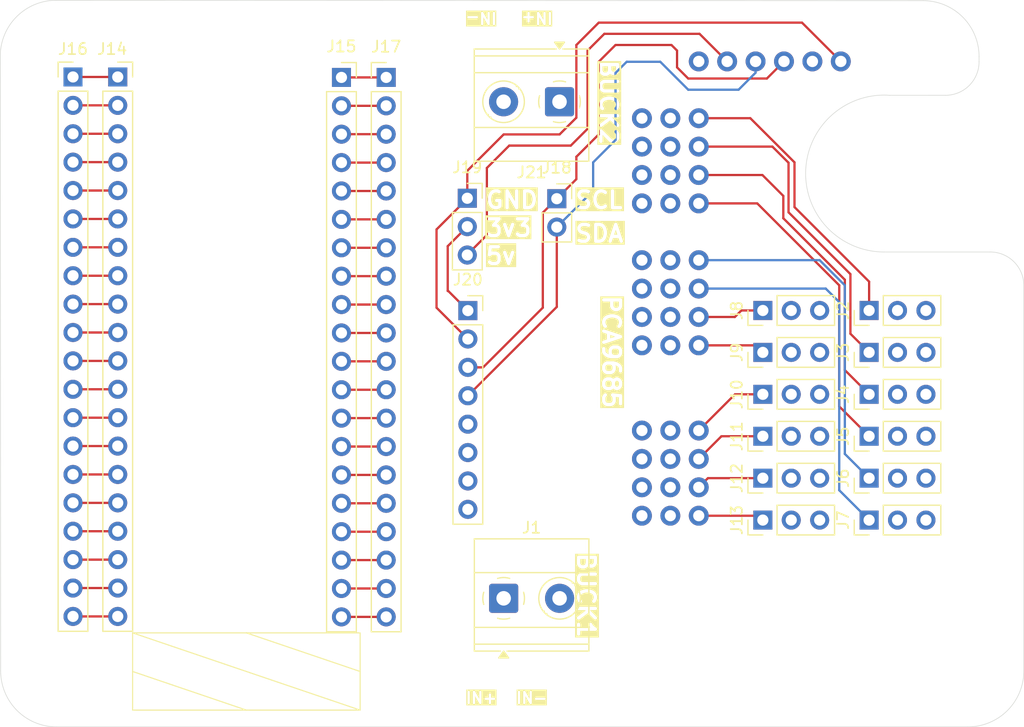
<source format=kicad_pcb>
(kicad_pcb (version 20241229) (generator "pcbnew") (generator_version "9.0")
  (layers (0 "F.Cu" signal) (4 "In1.Cu" signal) (6 "In2.Cu" signal) (2 "B.Cu" signal) (13 "F.Paste" user) (15 "B.Paste" user) (5 "F.SilkS" user "F.Silkscreen") (7 "B.SilkS" user "B.Silkscreen") (1 "F.Mask" user) (3 "B.Mask" user) (25 "Edge.Cuts" user))
  (net 0 "")
  (net 1 "/S1-GND")
  (net 2 "/S1-PWR")
  (net 3 "/PWM-0")
  (net 4 "/PWM-1")
  (net 5 "/PWM-2")
  (net 6 "/PWM-3")
  (net 7 "/PWM-4")
  (net 8 "/PWM-5")
  (net 9 "/PWM-6")
  (net 10 "/S2-PWR")
  (net 11 "/S2-GND")
  (net 12 "/PWM-7")
  (net 13 "/PWM-8")
  (net 14 "/PWM-9")
  (net 15 "/PWM-10")
  (net 16 "/PWM-11")
  (net 17 "/ESP-32Pin")
  (net 18 "/Global SDA")
  (net 19 "/Global SCL")
  (net 20 "/ESP32-5v")
  (net 21 "/ESP32-GND")
  (net 22 "/ESP32-3v3")
  (footprint "Connector_PinHeader_2.54mm:PinHeader_1x03_P2.54mm_Vertical" (layer "F.Cu") (at 146.17 88 90)
    (property "Reference" "J9" (at 0 -2.33 90) (layer "F.SilkS"))
    (property "Value" "Conn_01x03_MountingPin")
    (pad "1" thru_hole rect (at 0 0 90) (size 1.7 1.7) (drill 1) (layers "*.Cu" "*.Mask") (net 12 "/PWM-7"))
    (pad "2" thru_hole oval (at 0 2.54 90) (size 1.7 1.7) (drill 1) (layers "*.Cu" "*.Mask") (net 10 "/S2-PWR"))
    (pad "3" thru_hole oval (at 0 5.08 90) (size 1.7 1.7) (drill 1) (layers "*.Cu" "*.Mask") (net 11 "/S2-GND"))
  )
  (footprint "Connector_PinSocket_2.54mm:PinSocket_1x20_P2.54mm_Vertical" (layer "F.Cu") (at 88.5 63.36)
    (property "Reference" "J14" (at -0.5 -2.5 0) (layer "F.SilkS"))
    (property "Value" "Conn_01x20_Socket")
    (pad "1" thru_hole rect (at 0 0) (size 1.7 1.7) (drill 1) (layers "*.Cu" "*.Mask") (net 17 "/ESP-32Pin"))
    (pad "2" thru_hole oval (at 0 2.54) (size 1.7 1.7) (drill 1) (layers "*.Cu" "*.Mask") (net 17 "/ESP-32Pin"))
    (pad "3" thru_hole oval (at 0 5.08) (size 1.7 1.7) (drill 1) (layers "*.Cu" "*.Mask") (net 17 "/ESP-32Pin"))
    (pad "4" thru_hole oval (at 0 7.62) (size 1.7 1.7) (drill 1) (layers "*.Cu" "*.Mask") (net 17 "/ESP-32Pin"))
    (pad "5" thru_hole oval (at 0 10.16) (size 1.7 1.7) (drill 1) (layers "*.Cu" "*.Mask") (net 17 "/ESP-32Pin"))
    (pad "6" thru_hole oval (at 0 12.7) (size 1.7 1.7) (drill 1) (layers "*.Cu" "*.Mask") (net 17 "/ESP-32Pin"))
    (pad "7" thru_hole oval (at 0 15.24) (size 1.7 1.7) (drill 1) (layers "*.Cu" "*.Mask") (net 17 "/ESP-32Pin"))
    (pad "8" thru_hole oval (at 0 17.78) (size 1.7 1.7) (drill 1) (layers "*.Cu" "*.Mask") (net 17 "/ESP-32Pin"))
    (pad "9" thru_hole oval (at 0 20.32) (size 1.7 1.7) (drill 1) (layers "*.Cu" "*.Mask") (net 17 "/ESP-32Pin"))
    (pad "10" thru_hole oval (at 0 22.86) (size 1.7 1.7) (drill 1) (layers "*.Cu" "*.Mask") (net 17 "/ESP-32Pin"))
    (pad "11" thru_hole oval (at 0 25.4) (size 1.7 1.7) (drill 1) (layers "*.Cu" "*.Mask") (net 17 "/ESP-32Pin"))
    (pad "12" thru_hole oval (at 0 27.94) (size 1.7 1.7) (drill 1) (layers "*.Cu" "*.Mask") (net 17 "/ESP-32Pin"))
    (pad "13" thru_hole oval (at 0 30.48) (size 1.7 1.7) (drill 1) (layers "*.Cu" "*.Mask") (net 17 "/ESP-32Pin"))
    (pad "14" thru_hole oval (at 0 33.02) (size 1.7 1.7) (drill 1) (layers "*.Cu" "*.Mask") (net 17 "/ESP-32Pin"))
    (pad "15" thru_hole oval (at 0 35.56) (size 1.7 1.7) (drill 1) (layers "*.Cu" "*.Mask") (net 17 "/ESP-32Pin"))
    (pad "16" thru_hole oval (at 0 38.1) (size 1.7 1.7) (drill 1) (layers "*.Cu" "*.Mask") (net 17 "/ESP-32Pin"))
    (pad "17" thru_hole oval (at 0 40.64) (size 1.7 1.7) (drill 1) (layers "*.Cu" "*.Mask") (net 17 "/ESP-32Pin"))
    (pad "18" thru_hole oval (at 0 43.18) (size 1.7 1.7) (drill 1) (layers "*.Cu" "*.Mask") (net 17 "/ESP-32Pin"))
    (pad "19" thru_hole oval (at 0 45.72) (size 1.7 1.7) (drill 1) (layers "*.Cu" "*.Mask") (net 17 "/ESP-32Pin"))
    (pad "20" thru_hole oval (at 0 48.26) (size 1.7 1.7) (drill 1) (layers "*.Cu" "*.Mask") (net 17 "/ESP-32Pin"))
  )
  (footprint "Connector_PinHeader_2.54mm:PinHeader_1x03_P2.54mm_Vertical" (layer "F.Cu") (at 155.67 99.25 90)
    (property "Reference" "J6" (at 0 -2.33 90) (layer "F.SilkS"))
    (property "Value" "Conn_01x03_MountingPin")
    (pad "1" thru_hole rect (at 0 0 90) (size 1.7 1.7) (drill 1) (layers "*.Cu" "*.Mask") (net 7 "/PWM-4"))
    (pad "2" thru_hole oval (at 0 2.54 90) (size 1.7 1.7) (drill 1) (layers "*.Cu" "*.Mask") (net 2 "/S1-PWR"))
    (pad "3" thru_hole oval (at 0 5.08 90) (size 1.7 1.7) (drill 1) (layers "*.Cu" "*.Mask") (net 1 "/S1-GND"))
  )
  (footprint "Connector_PinSocket_2.54mm:PinSocket_1x02_P2.54mm_Vertical" (layer "F.Cu") (at 127.75 74.25)
    (property "Reference" "J18" (at 0 -2.77 0) (layer "F.SilkS"))
    (property "Value" "Conn_01x02_Pin")
    (pad "1" thru_hole rect (at 0 0) (size 1.7 1.7) (drill 1) (layers "*.Cu" "*.Mask") (net 19 "/Global SCL"))
    (pad "2" thru_hole oval (at 0 2.54) (size 1.7 1.7) (drill 1) (layers "*.Cu" "*.Mask") (net 18 "/Global SDA"))
  )
  (footprint "TerminalBlock_Phoenix:TerminalBlock_Phoenix_MKDS-1,5-2_1x02_P5.00mm_Horizontal" (layer "F.Cu") (at 127.993453 65.5775 180)
    (property "Reference" "J21" (at 2.5 -6.32 0) (layer "F.SilkS"))
    (property "Value" "Screw_Terminal_01x02")
    (pad "1" thru_hole roundrect (at 0 0 180) (size 2.6 2.6) (drill 1.3) (layers "*.Cu" "*.Mask") (roundrect_rratio 0.096154) (net 10 "/S2-PWR"))
    (pad "2" thru_hole circle (at 5 0 180) (size 2.6 2.6) (drill 1.3) (layers "*.Cu" "*.Mask") (net 11 "/S2-GND"))
  )
  (footprint "Connector_PinHeader_2.54mm:PinHeader_1x03_P2.54mm_Vertical" (layer "F.Cu") (at 155.67 91.75 90)
    (property "Reference" "J4" (at 0 -2.33 90) (layer "F.SilkS"))
    (property "Value" "Conn_01x03_MountingPin")
    (pad "1" thru_hole rect (at 0 0 90) (size 1.7 1.7) (drill 1) (layers "*.Cu" "*.Mask") (net 5 "/PWM-2"))
    (pad "2" thru_hole oval (at 0 2.54 90) (size 1.7 1.7) (drill 1) (layers "*.Cu" "*.Mask") (net 2 "/S1-PWR"))
    (pad "3" thru_hole oval (at 0 5.08 90) (size 1.7 1.7) (drill 1) (layers "*.Cu" "*.Mask") (net 1 "/S1-GND"))
  )
  (footprint "Connector_PinHeader_2.54mm:PinHeader_1x20_P2.54mm_Vertical" (layer "F.Cu") (at 112.5 63.4)
    (property "Reference" "J17" (at 0 -2.75 0) (layer "F.SilkS"))
    (property "Value" "Conn_01x20_Pin")
    (pad "1" thru_hole rect (at 0 0) (size 1.7 1.7) (drill 1) (layers "*.Cu" "*.Mask") (net 17 "/ESP-32Pin"))
    (pad "2" thru_hole oval (at 0 2.54) (size 1.7 1.7) (drill 1) (layers "*.Cu" "*.Mask") (net 17 "/ESP-32Pin"))
    (pad "3" thru_hole oval (at 0 5.08) (size 1.7 1.7) (drill 1) (layers "*.Cu" "*.Mask") (net 17 "/ESP-32Pin"))
    (pad "4" thru_hole oval (at 0 7.62) (size 1.7 1.7) (drill 1) (layers "*.Cu" "*.Mask") (net 17 "/ESP-32Pin"))
    (pad "5" thru_hole oval (at 0 10.16) (size 1.7 1.7) (drill 1) (layers "*.Cu" "*.Mask") (net 17 "/ESP-32Pin"))
    (pad "6" thru_hole oval (at 0 12.7) (size 1.7 1.7) (drill 1) (layers "*.Cu" "*.Mask") (net 17 "/ESP-32Pin"))
    (pad "7" thru_hole oval (at 0 15.24) (size 1.7 1.7) (drill 1) (layers "*.Cu" "*.Mask") (net 17 "/ESP-32Pin"))
    (pad "8" thru_hole oval (at 0 17.78) (size 1.7 1.7) (drill 1) (layers "*.Cu" "*.Mask") (net 17 "/ESP-32Pin"))
    (pad "9" thru_hole oval (at 0 20.32) (size 1.7 1.7) (drill 1) (layers "*.Cu" "*.Mask") (net 17 "/ESP-32Pin"))
    (pad "10" thru_hole oval (at 0 22.86) (size 1.7 1.7) (drill 1) (layers "*.Cu" "*.Mask") (net 17 "/ESP-32Pin"))
    (pad "11" thru_hole oval (at 0 25.4) (size 1.7 1.7) (drill 1) (layers "*.Cu" "*.Mask") (net 17 "/ESP-32Pin"))
    (pad "12" thru_hole oval (at 0 27.94) (size 1.7 1.7) (drill 1) (layers "*.Cu" "*.Mask") (net 17 "/ESP-32Pin"))
    (pad "13" thru_hole oval (at 0 30.48) (size 1.7 1.7) (drill 1) (layers "*.Cu" "*.Mask") (net 17 "/ESP-32Pin"))
    (pad "14" thru_hole oval (at 0 33.02) (size 1.7 1.7) (drill 1) (layers "*.Cu" "*.Mask") (net 17 "/ESP-32Pin"))
    (pad "15" thru_hole oval (at 0 35.56) (size 1.7 1.7) (drill 1) (layers "*.Cu" "*.Mask") (net 17 "/ESP-32Pin"))
    (pad "16" thru_hole oval (at 0 38.1) (size 1.7 1.7) (drill 1) (layers "*.Cu" "*.Mask") (net 17 "/ESP-32Pin"))
    (pad "17" thru_hole oval (at 0 40.64) (size 1.7 1.7) (drill 1) (layers "*.Cu" "*.Mask") (net 17 "/ESP-32Pin"))
    (pad "18" thru_hole oval (at 0 43.18) (size 1.7 1.7) (drill 1) (layers "*.Cu" "*.Mask") (net 17 "/ESP-32Pin"))
    (pad "19" thru_hole oval (at 0 45.72) (size 1.7 1.7) (drill 1) (layers "*.Cu" "*.Mask") (net 17 "/ESP-32Pin"))
    (pad "20" thru_hole oval (at 0 48.26) (size 1.7 1.7) (drill 1) (layers "*.Cu" "*.Mask") (net 17 "/ESP-32Pin"))
  )
  (footprint "Connector_PinHeader_2.54mm:PinHeader_1x03_P2.54mm_Vertical" (layer "F.Cu") (at 146.17 103 90)
    (property "Reference" "J13" (at 0 -2.33 90) (layer "F.SilkS"))
    (property "Value" "Conn_01x03_MountingPin")
    (pad "1" thru_hole rect (at 0 0 90) (size 1.7 1.7) (drill 1) (layers "*.Cu" "*.Mask") (net 16 "/PWM-11"))
    (pad "2" thru_hole oval (at 0 2.54 90) (size 1.7 1.7) (drill 1) (layers "*.Cu" "*.Mask") (net 10 "/S2-PWR"))
    (pad "3" thru_hole oval (at 0 5.08 90) (size 1.7 1.7) (drill 1) (layers "*.Cu" "*.Mask") (net 11 "/S2-GND"))
  )
  (footprint "Connector_PinHeader_2.54mm:PinHeader_1x03_P2.54mm_Vertical" (layer "F.Cu") (at 155.67 88 90)
    (property "Reference" "J3" (at 0 -2.33 90) (layer "F.SilkS"))
    (property "Value" "Conn_01x03_MountingPin")
    (pad "1" thru_hole rect (at 0 0 90) (size 1.7 1.7) (drill 1) (layers "*.Cu" "*.Mask") (net 4 "/PWM-1"))
    (pad "2" thru_hole oval (at 0 2.54 90) (size 1.7 1.7) (drill 1) (layers "*.Cu" "*.Mask") (net 2 "/S1-PWR"))
    (pad "3" thru_hole oval (at 0 5.08 90) (size 1.7 1.7) (drill 1) (layers "*.Cu" "*.Mask") (net 1 "/S1-GND"))
  )
  (footprint "Connector_PinSocket_2.54mm:PinSocket_1x20_P2.54mm_Vertical" (layer "F.Cu") (at 108.5 63.4)
    (property "Reference" "J15" (at 0 -2.77 0) (layer "F.SilkS"))
    (property "Value" "Conn_01x20_Socket")
    (pad "1" thru_hole rect (at 0 0) (size 1.7 1.7) (drill 1) (layers "*.Cu" "*.Mask") (net 17 "/ESP-32Pin"))
    (pad "2" thru_hole oval (at 0 2.54) (size 1.7 1.7) (drill 1) (layers "*.Cu" "*.Mask") (net 17 "/ESP-32Pin"))
    (pad "3" thru_hole oval (at 0 5.08) (size 1.7 1.7) (drill 1) (layers "*.Cu" "*.Mask") (net 17 "/ESP-32Pin"))
    (pad "4" thru_hole oval (at 0 7.62) (size 1.7 1.7) (drill 1) (layers "*.Cu" "*.Mask") (net 17 "/ESP-32Pin"))
    (pad "5" thru_hole oval (at 0 10.16) (size 1.7 1.7) (drill 1) (layers "*.Cu" "*.Mask") (net 17 "/ESP-32Pin"))
    (pad "6" thru_hole oval (at 0 12.7) (size 1.7 1.7) (drill 1) (layers "*.Cu" "*.Mask") (net 17 "/ESP-32Pin"))
    (pad "7" thru_hole oval (at 0 15.24) (size 1.7 1.7) (drill 1) (layers "*.Cu" "*.Mask") (net 17 "/ESP-32Pin"))
    (pad "8" thru_hole oval (at 0 17.78) (size 1.7 1.7) (drill 1) (layers "*.Cu" "*.Mask") (net 17 "/ESP-32Pin"))
    (pad "9" thru_hole oval (at 0 20.32) (size 1.7 1.7) (drill 1) (layers "*.Cu" "*.Mask") (net 17 "/ESP-32Pin"))
    (pad "10" thru_hole oval (at 0 22.86) (size 1.7 1.7) (drill 1) (layers "*.Cu" "*.Mask") (net 17 "/ESP-32Pin"))
    (pad "11" thru_hole oval (at 0 25.4) (size 1.7 1.7) (drill 1) (layers "*.Cu" "*.Mask") (net 17 "/ESP-32Pin"))
    (pad "12" thru_hole oval (at 0 27.94) (size 1.7 1.7) (drill 1) (layers "*.Cu" "*.Mask") (net 17 "/ESP-32Pin"))
    (pad "13" thru_hole oval (at 0 30.48) (size 1.7 1.7) (drill 1) (layers "*.Cu" "*.Mask") (net 17 "/ESP-32Pin"))
    (pad "14" thru_hole oval (at 0 33.02) (size 1.7 1.7) (drill 1) (layers "*.Cu" "*.Mask") (net 17 "/ESP-32Pin"))
    (pad "15" thru_hole oval (at 0 35.56) (size 1.7 1.7) (drill 1) (layers "*.Cu" "*.Mask") (net 17 "/ESP-32Pin"))
    (pad "16" thru_hole oval (at 0 38.1) (size 1.7 1.7) (drill 1) (layers "*.Cu" "*.Mask") (net 17 "/ESP-32Pin"))
    (pad "17" thru_hole oval (at 0 40.64) (size 1.7 1.7) (drill 1) (layers "*.Cu" "*.Mask") (net 17 "/ESP-32Pin"))
    (pad "18" thru_hole oval (at 0 43.18) (size 1.7 1.7) (drill 1) (layers "*.Cu" "*.Mask") (net 17 "/ESP-32Pin"))
    (pad "19" thru_hole oval (at 0 45.72) (size 1.7 1.7) (drill 1) (layers "*.Cu" "*.Mask") (net 17 "/ESP-32Pin"))
    (pad "20" thru_hole oval (at 0 48.26) (size 1.7 1.7) (drill 1) (layers "*.Cu" "*.Mask") (net 17 "/ESP-32Pin"))
  )
  (footprint "Connector_PinHeader_2.54mm:PinHeader_1x03_P2.54mm_Vertical" (layer "F.Cu") (at 146.17 95.5 90)
    (property "Reference" "J11" (at 0 -2.33 90) (layer "F.SilkS"))
    (property "Value" "Conn_01x03_MountingPin")
    (pad "1" thru_hole rect (at 0 0 90) (size 1.7 1.7) (drill 1) (layers "*.Cu" "*.Mask") (net 14 "/PWM-9"))
    (pad "2" thru_hole oval (at 0 2.54 90) (size 1.7 1.7) (drill 1) (layers "*.Cu" "*.Mask") (net 10 "/S2-PWR"))
    (pad "3" thru_hole oval (at 0 5.08 90) (size 1.7 1.7) (drill 1) (layers "*.Cu" "*.Mask") (net 11 "/S2-GND"))
  )
  (footprint "TerminalBlock_Phoenix:TerminalBlock_Phoenix_MKDS-1,5-2_1x02_P5.00mm_Horizontal" (layer "F.Cu") (at 123 110)
    (property "Reference" "J1" (at 2.5 -6.32 0) (layer "F.SilkS"))
    (property "Value" "Screw_Terminal_01x02")
    (pad "1" thru_hole roundrect (at 0 0) (size 2.6 2.6) (drill 1.3) (layers "*.Cu" "*.Mask") (roundrect_rratio 0.096154) (net 2 "/S1-PWR"))
    (pad "2" thru_hole circle (at 5 0) (size 2.6 2.6) (drill 1.3) (layers "*.Cu" "*.Mask") (net 1 "/S1-GND"))
  )
  (footprint "Connector_PinHeader_2.54mm:PinHeader_1x20_P2.54mm_Vertical" (layer "F.Cu") (at 84.5 63.36)
    (property "Reference" "J16" (at 0 -2.5 0) (layer "F.SilkS"))
    (property "Value" "Conn_01x20_Pin")
    (pad "1" thru_hole rect (at 0 0) (size 1.7 1.7) (drill 1) (layers "*.Cu" "*.Mask") (net 17 "/ESP-32Pin"))
    (pad "2" thru_hole oval (at 0 2.54) (size 1.7 1.7) (drill 1) (layers "*.Cu" "*.Mask") (net 17 "/ESP-32Pin"))
    (pad "3" thru_hole oval (at 0 5.08) (size 1.7 1.7) (drill 1) (layers "*.Cu" "*.Mask") (net 17 "/ESP-32Pin"))
    (pad "4" thru_hole oval (at 0 7.62) (size 1.7 1.7) (drill 1) (layers "*.Cu" "*.Mask") (net 17 "/ESP-32Pin"))
    (pad "5" thru_hole oval (at 0 10.16) (size 1.7 1.7) (drill 1) (layers "*.Cu" "*.Mask") (net 17 "/ESP-32Pin"))
    (pad "6" thru_hole oval (at 0 12.7) (size 1.7 1.7) (drill 1) (layers "*.Cu" "*.Mask") (net 17 "/ESP-32Pin"))
    (pad "7" thru_hole oval (at 0 15.24) (size 1.7 1.7) (drill 1) (layers "*.Cu" "*.Mask") (net 17 "/ESP-32Pin"))
    (pad "8" thru_hole oval (at 0 17.78) (size 1.7 1.7) (drill 1) (layers "*.Cu" "*.Mask") (net 17 "/ESP-32Pin"))
    (pad "9" thru_hole oval (at 0 20.32) (size 1.7 1.7) (drill 1) (layers "*.Cu" "*.Mask") (net 17 "/ESP-32Pin"))
    (pad "10" thru_hole oval (at 0 22.86) (size 1.7 1.7) (drill 1) (layers "*.Cu" "*.Mask") (net 17 "/ESP-32Pin"))
    (pad "11" thru_hole oval (at 0 25.4) (size 1.7 1.7) (drill 1) (layers "*.Cu" "*.Mask") (net 17 "/ESP-32Pin"))
    (pad "12" thru_hole oval (at 0 27.94) (size 1.7 1.7) (drill 1) (layers "*.Cu" "*.Mask") (net 17 "/ESP-32Pin"))
    (pad "13" thru_hole oval (at 0 30.48) (size 1.7 1.7) (drill 1) (layers "*.Cu" "*.Mask") (net 17 "/ESP-32Pin"))
    (pad "14" thru_hole oval (at 0 33.02) (size 1.7 1.7) (drill 1) (layers "*.Cu" "*.Mask") (net 17 "/ESP-32Pin"))
    (pad "15" thru_hole oval (at 0 35.56) (size 1.7 1.7) (drill 1) (layers "*.Cu" "*.Mask") (net 17 "/ESP-32Pin"))
    (pad "16" thru_hole oval (at 0 38.1) (size 1.7 1.7) (drill 1) (layers "*.Cu" "*.Mask") (net 17 "/ESP-32Pin"))
    (pad "17" thru_hole oval (at 0 40.64) (size 1.7 1.7) (drill 1) (layers "*.Cu" "*.Mask") (net 17 "/ESP-32Pin"))
    (pad "18" thru_hole oval (at 0 43.18) (size 1.7 1.7) (drill 1) (layers "*.Cu" "*.Mask") (net 17 "/ESP-32Pin"))
    (pad "19" thru_hole oval (at 0 45.72) (size 1.7 1.7) (drill 1) (layers "*.Cu" "*.Mask") (net 17 "/ESP-32Pin"))
    (pad "20" thru_hole oval (at 0 48.26) (size 1.7 1.7) (drill 1) (layers "*.Cu" "*.Mask") (net 17 "/ESP-32Pin"))
  )
  (footprint "Connector_PinHeader_2.54mm:PinHeader_1x03_P2.54mm_Vertical" (layer "F.Cu") (at 146.17 84.25 90)
    (property "Reference" "J8" (at 0 -2.33 90) (layer "F.SilkS"))
    (property "Value" "Conn_01x03_MountingPin")
    (pad "1" thru_hole rect (at 0 0 90) (size 1.7 1.7) (drill 1) (layers "*.Cu" "*.Mask") (net 9 "/PWM-6"))
    (pad "2" thru_hole oval (at 0 2.54 90) (size 1.7 1.7) (drill 1) (layers "*.Cu" "*.Mask") (net 10 "/S2-PWR"))
    (pad "3" thru_hole oval (at 0 5.08 90) (size 1.7 1.7) (drill 1) (layers "*.Cu" "*.Mask") (net 11 "/S2-GND"))
  )
  (footprint "Connector_PinHeader_2.54mm:PinHeader_1x03_P2.54mm_Vertical" (layer "F.Cu") (at 155.67 95.5 90)
    (property "Reference" "J5" (at 0 -2.33 90) (layer "F.SilkS"))
    (property "Value" "Conn_01x03_MountingPin")
    (pad "1" thru_hole rect (at 0 0 90) (size 1.7 1.7) (drill 1) (layers "*.Cu" "*.Mask") (net 6 "/PWM-3"))
    (pad "2" thru_hole oval (at 0 2.54 90) (size 1.7 1.7) (drill 1) (layers "*.Cu" "*.Mask") (net 2 "/S1-PWR"))
    (pad "3" thru_hole oval (at 0 5.08 90) (size 1.7 1.7) (drill 1) (layers "*.Cu" "*.Mask") (net 1 "/S1-GND"))
  )
  (footprint "Connector_PinHeader_2.54mm:PinHeader_1x03_P2.54mm_Vertical" (layer "F.Cu") (at 146.17 91.75 90)
    (property "Reference" "J10" (at 0 -2.33 90) (layer "F.SilkS"))
    (property "Value" "Conn_01x03_MountingPin")
    (pad "1" thru_hole rect (at 0 0 90) (size 1.7 1.7) (drill 1) (layers "*.Cu" "*.Mask") (net 13 "/PWM-8"))
    (pad "2" thru_hole oval (at 0 2.54 90) (size 1.7 1.7) (drill 1) (layers "*.Cu" "*.Mask") (net 10 "/S2-PWR"))
    (pad "3" thru_hole oval (at 0 5.08 90) (size 1.7 1.7) (drill 1) (layers "*.Cu" "*.Mask") (net 11 "/S2-GND"))
  )
  (footprint "Connector_PinSocket_2.54mm:PinSocket_1x08_P2.54mm_Vertical" (layer "F.Cu") (at 119.8 84.26)
    (property "Reference" "J20" (at 0 -2.77 0) (layer "F.SilkS"))
    (property "Value" "Conn_01x08_Pin")
    (pad "1" thru_hole rect (at 0 0) (size 1.7 1.7) (drill 1) (layers "*.Cu" "*.Mask") (net 22 "/ESP32-3v3"))
    (pad "2" thru_hole oval (at 0 2.54) (size 1.7 1.7) (drill 1) (layers "*.Cu" "*.Mask") (net 21 "/ESP32-GND"))
    (pad "3" thru_hole oval (at 0 5.08) (size 1.7 1.7) (drill 1) (layers "*.Cu" "*.Mask") (net 19 "/Global SCL"))
    (pad "4" thru_hole oval (at 0 7.62) (size 1.7 1.7) (drill 1) (layers "*.Cu" "*.Mask") (net 18 "/Global SDA"))
    (pad "5" thru_hole oval (at 0 10.16) (size 1.7 1.7) (drill 1) (layers "*.Cu" "*.Mask"))
    (pad "6" thru_hole oval (at 0 12.7) (size 1.7 1.7) (drill 1) (layers "*.Cu" "*.Mask"))
    (pad "7" thru_hole oval (at 0 15.24) (size 1.7 1.7) (drill 1) (layers "*.Cu" "*.Mask"))
    (pad "8" thru_hole oval (at 0 17.78) (size 1.7 1.7) (drill 1) (layers "*.Cu" "*.Mask"))
  )
  (footprint "Connector_PinHeader_2.54mm:PinHeader_1x03_P2.54mm_Vertical" (layer "F.Cu") (at 146.17 99.25 90)
    (property "Reference" "J12" (at 0 -2.33 90) (layer "F.SilkS"))
    (property "Value" "Conn_01x03_MountingPin")
    (pad "1" thru_hole rect (at 0 0 90) (size 1.7 1.7) (drill 1) (layers "*.Cu" "*.Mask") (net 15 "/PWM-10"))
    (pad "2" thru_hole oval (at 0 2.54 90) (size 1.7 1.7) (drill 1) (layers "*.Cu" "*.Mask") (net 10 "/S2-PWR"))
    (pad "3" thru_hole oval (at 0 5.08 90) (size 1.7 1.7) (drill 1) (layers "*.Cu" "*.Mask") (net 11 "/S2-GND"))
  )
  (footprint "Connector_PinSocket_2.54mm:PinSocket_1x03_P2.54mm_Vertical" (layer "F.Cu") (at 119.75 74.21)
    (property "Reference" "J19" (at 0 -2.77 0) (layer "F.SilkS"))
    (property "Value" "Conn_01x03_Pin")
    (pad "1" thru_hole rect (at 0 0) (size 1.7 1.7) (drill 1) (layers "*.Cu" "*.Mask") (net 21 "/ESP32-GND"))
    (pad "2" thru_hole oval (at 0 2.54) (size 1.7 1.7) (drill 1) (layers "*.Cu" "*.Mask") (net 22 "/ESP32-3v3"))
    (pad "3" thru_hole oval (at 0 5.08) (size 1.7 1.7) (drill 1) (layers "*.Cu" "*.Mask") (net 20 "/ESP32-5v"))
  )
  (footprint "Connector_PinHeader_2.54mm:PinHeader_1x03_P2.54mm_Vertical" (layer "F.Cu") (at 155.67 103 90)
    (property "Reference" "J7" (at 0 -2.33 90) (layer "F.SilkS"))
    (property "Value" "Conn_01x03_MountingPin")
    (pad "1" thru_hole rect (at 0 0 90) (size 1.7 1.7) (drill 1) (layers "*.Cu" "*.Mask") (net 8 "/PWM-5"))
    (pad "2" thru_hole oval (at 0 2.54 90) (size 1.7 1.7) (drill 1) (layers "*.Cu" "*.Mask") (net 2 "/S1-PWR"))
    (pad "3" thru_hole oval (at 0 5.08 90) (size 1.7 1.7) (drill 1) (layers "*.Cu" "*.Mask") (net 1 "/S1-GND"))
  )
  (footprint "spotmicro:MODULE_815" (layer "F.Cu") (at 146.663 91.18 -90)
    (property "Reference" "U2" (hide yes))
    (property "Value" "PCA9685" (hide yes))
    (pad "0" thru_hole circle (at -24.13 6.223 270) (size 1.778 1.778) (drill 1) (layers "*.Cu" "*.Mask") (net 3 "/PWM-0"))
    (pad "1" thru_hole circle (at -21.59 6.223 270) (size 1.778 1.778) (drill 1) (layers "*.Cu" "*.Mask") (net 4 "/PWM-1"))
    (pad "2" thru_hole circle (at -19.05 6.223 270) (size 1.778 1.778) (drill 1) (layers "*.Cu" "*.Mask") (net 5 "/PWM-2"))
    (pad "3" thru_hole circle (at -16.51 6.223 270) (size 1.778 1.778) (drill 1) (layers "*.Cu" "*.Mask") (net 6 "/PWM-3"))
    (pad "4" thru_hole circle (at -11.43 6.223 270) (size 1.778 1.778) (drill 1) (layers "*.Cu" "*.Mask") (net 7 "/PWM-4"))
    (pad "5" thru_hole circle (at -8.89 6.223 270) (size 1.778 1.778) (drill 1) (layers "*.Cu" "*.Mask") (net 8 "/PWM-5"))
    (pad "6" thru_hole circle (at -6.35 6.223 270) (size 1.778 1.778) (drill 1) (layers "*.Cu" "*.Mask") (net 9 "/PWM-6"))
    (pad "7" thru_hole circle (at -3.81 6.223 270) (size 1.778 1.778) (drill 1) (layers "*.Cu" "*.Mask") (net 12 "/PWM-7"))
    (pad "8" thru_hole circle (at 3.81 6.223 270) (size 1.778 1.778) (drill 1) (layers "*.Cu" "*.Mask") (net 13 "/PWM-8"))
    (pad "9" thru_hole circle (at 6.35 6.223 270) (size 1.778 1.778) (drill 1) (layers "*.Cu" "*.Mask") (net 14 "/PWM-9"))
    (pad "10" thru_hole circle (at 8.89 6.223 270) (size 1.778 1.778) (drill 1) (layers "*.Cu" "*.Mask") (net 15 "/PWM-10"))
    (pad "11" thru_hole circle (at 11.43 6.223 270) (size 1.778 1.778) (drill 1) (layers "*.Cu" "*.Mask") (net 16 "/PWM-11"))
    (pad "GND_1" thru_hole circle (at -29.21 -6.477 270) (size 1.778 1.778) (drill 1.016) (layers "*.Cu" "*.Mask") (net 21 "/ESP32-GND"))
    (pad "GND_3" thru_hole circle (at -24.13 11.303 270) (size 1.778 1.778) (drill 1) (layers "*.Cu" "*.Mask"))
    (pad "GND_4" thru_hole circle (at -21.59 11.303 270) (size 1.778 1.778) (drill 1) (layers "*.Cu" "*.Mask"))
    (pad "GND_5" thru_hole circle (at -19.05 11.303 270) (size 1.778 1.778) (drill 1) (layers "*.Cu" "*.Mask"))
    (pad "GND_6" thru_hole circle (at -16.51 11.303 270) (size 1.778 1.778) (drill 1) (layers "*.Cu" "*.Mask"))
    (pad "GND_7" thru_hole circle (at -11.43 11.303 270) (size 1.778 1.778) (drill 1) (layers "*.Cu" "*.Mask"))
    (pad "GND_8" thru_hole circle (at -8.89 11.303 270) (size 1.778 1.778) (drill 1) (layers "*.Cu" "*.Mask"))
    (pad "GND_9" thru_hole circle (at -6.35 11.303 270) (size 1.778 1.778) (drill 1) (layers "*.Cu" "*.Mask"))
    (pad "GND_10" thru_hole circle (at -3.81 11.303 270) (size 1.778 1.778) (drill 1) (layers "*.Cu" "*.Mask"))
    (pad "GND_11" thru_hole circle (at 3.81 11.303 270) (size 1.778 1.778) (drill 1) (layers "*.Cu" "*.Mask"))
    (pad "GND_12" thru_hole circle (at 6.35 11.303 270) (size 1.778 1.778) (drill 1) (layers "*.Cu" "*.Mask"))
    (pad "GND_13" thru_hole circle (at 8.89 11.303 270) (size 1.778 1.778) (drill 1) (layers "*.Cu" "*.Mask"))
    (pad "GND_14" thru_hole circle (at 11.43 11.303 270) (size 1.778 1.778) (drill 1) (layers "*.Cu" "*.Mask"))
    (pad "OE_1" thru_hole circle (at -29.21 -3.937 270) (size 1.778 1.778) (drill 1.016) (layers "*.Cu" "*.Mask"))
    (pad "SCL_1" thru_hole circle (at -29.21 -1.397 270) (size 1.778 1.778) (drill 1.016) (layers "*.Cu" "*.Mask") (net 19 "/Global SCL"))
    (pad "SDA_1" thru_hole circle (at -29.21 1.143 270) (size 1.778 1.778) (drill 1.016) (layers "*.Cu" "*.Mask") (net 18 "/Global SDA"))
    (pad "V+_1" thru_hole circle (at -29.21 6.223 270) (size 1.778 1.778) (drill 1.016) (layers "*.Cu" "*.Mask"))
    (pad "V+_3" thru_hole circle (at -24.13 8.763 270) (size 1.778 1.778) (drill 1) (layers "*.Cu" "*.Mask"))
    (pad "V+_4" thru_hole circle (at -21.59 8.763 270) (size 1.778 1.778) (drill 1) (layers "*.Cu" "*.Mask"))
    (pad "V+_5" thru_hole circle (at -19.05 8.763 270) (size 1.778 1.778) (drill 1) (layers "*.Cu" "*.Mask"))
    (pad "V+_6" thru_hole circle (at -16.51 8.763 270) (size 1.778 1.778) (drill 1) (layers "*.Cu" "*.Mask"))
    (pad "V+_7" thru_hole circle (at -11.43 8.763 270) (size 1.778 1.778) (drill 1) (layers "*.Cu" "*.Mask"))
    (pad "V+_8" thru_hole circle (at -8.89 8.763 270) (size 1.778 1.778) (drill 1) (layers "*.Cu" "*.Mask"))
    (pad "V+_9" thru_hole circle (at -6.35 8.763 270) (size 1.778 1.778) (drill 1) (layers "*.Cu" "*.Mask"))
    (pad "V+_10" thru_hole circle (at -3.81 8.763 270) (size 1.778 1.778) (drill 1) (layers "*.Cu" "*.Mask"))
    (pad "V+_11" thru_hole circle (at 3.81 8.763 270) (size 1.778 1.778) (drill 1) (layers "*.Cu" "*.Mask"))
    (pad "V+_12" thru_hole circle (at 6.35 8.763 270) (size 1.778 1.778) (drill 1) (layers "*.Cu" "*.Mask"))
    (pad "V+_13" thru_hole circle (at 8.89 8.763 270) (size 1.778 1.778) (drill 1) (layers "*.Cu" "*.Mask"))
    (pad "V+_14" thru_hole circle (at 11.43 8.763 270) (size 1.778 1.778) (drill 1) (layers "*.Cu" "*.Mask"))
    (pad "VCC_1" thru_hole circle (at -29.21 3.683 270) (size 1.778 1.778) (drill 1.016) (layers "*.Cu" "*.Mask") (net 20 "/ESP32-5v"))
  )
  (footprint "Connector_PinHeader_2.54mm:PinHeader_1x03_P2.54mm_Vertical" (layer "F.Cu") (at 155.67 84.25 90)
    (property "Reference" "J2" (at 0 -2.33 90) (layer "F.SilkS"))
    (property "Value" "Conn_01x03_MountingPin")
    (pad "1" thru_hole rect (at 0 0 90) (size 1.7 1.7) (drill 1) (layers "*.Cu" "*.Mask") (net 3 "/PWM-0"))
    (pad "2" thru_hole oval (at 0 2.54 90) (size 1.7 1.7) (drill 1) (layers "*.Cu" "*.Mask") (net 2 "/S1-PWR"))
    (pad "3" thru_hole oval (at 0 5.08 90) (size 1.7 1.7) (drill 1) (layers "*.Cu" "*.Mask") (net 1 "/S1-GND"))
  )
  (gr_line (start 89.83 113.09) (end 110.17 120) (stroke (width 0.1)) (layer "F.SilkS"))
  (gr_line (start 100 113.09) (end 110.17 116.545) (stroke (width 0.1)) (layer "F.SilkS"))
  (gr_line (start 89.83 116.545) (end 100 120) (stroke (width 0.1)) (layer "F.SilkS"))
  (gr_rect (start 89.83 113.09) (end 110.17 120) (stroke (width 0.1)) (fill no) (layer "F.SilkS"))
  (gr_arc (start 83.035534 121.5) (mid 79.5 120.035534) (end 78.035534 116.5) (stroke (width 0.05)) (layer "Edge.Cuts"))
  (gr_line (start 157.013374 79.017993) (end 166.5 79.017831) (stroke (width 0.05)) (layer "Edge.Cuts"))
  (gr_line (start 165.499995 61.535534) (end 165.5 62) (stroke (width 0.05)) (layer "Edge.Cuts"))
  (gr_arc (start 157.013374 79.017993) (mid 150 71.75) (end 157.513374 65.000159) (stroke (width 0.05)) (layer "Edge.Cuts"))
  (gr_line (start 83.035534 121.5) (end 164.5 121.5) (stroke (width 0.05)) (layer "Edge.Cuts"))
  (gr_line (start 157.513374 65.000162) (end 162.5 65) (stroke (width 0.05)) (layer "Edge.Cuts"))
  (gr_line (start 169.5 82.017831) (end 169.5 116.5) (stroke (width 0.05)) (layer "Edge.Cuts"))
  (gr_arc (start 165.5 62) (mid 164.62132 64.12132) (end 162.5 65) (stroke (width 0.05)) (layer "Edge.Cuts"))
  (gr_line (start 78 61.5) (end 78.035534 116.5) (stroke (width 0.05)) (layer "Edge.Cuts"))
  (gr_arc (start 78 61.5) (mid 79.464466 57.964466) (end 83 56.5) (stroke (width 0.05)) (layer "Edge.Cuts"))
  (gr_line (start 160.499995 56.535534) (end 83 56.5) (stroke (width 0.05)) (layer "Edge.Cuts"))
  (gr_arc (start 160.499995 56.535534) (mid 164.035529 58) (end 165.499995 61.535534) (stroke (width 0.05)) (layer "Edge.Cuts"))
  (gr_arc (start 166.5 79.017831) (mid 168.62132 79.896511) (end 169.5 82.017831) (stroke (width 0.05)) (layer "Edge.Cuts"))
  (gr_arc (start 169.5 116.5) (mid 168.035534 120.035534) (end 164.5 121.5) (stroke (width 0.05)) (layer "Edge.Cuts"))
  (gr_text "SDA" (at 129.25 78.25 0) (layer "F.SilkS" knockout) (effects (font (size 1.5 1.5) (thickness 0.3) (bold yes)) (justify left bottom)))
  (gr_text "PCA9685" (at 131.75 82.75 270) (layer "F.SilkS" knockout) (effects (font (size 1.5 1.5) (thickness 0.3) (bold yes)) (justify left bottom)))
  (gr_text "IN+" (at 119.5 119.5 0) (layer "F.SilkS" knockout) (effects (font (size 1 1) (thickness 0.2) (bold yes)) (justify left bottom)))
  (gr_text "GND" (at 121.25 75.25 0) (layer "F.SilkS" knockout) (effects (font (size 1.5 1.5) (thickness 0.3) (bold yes)) (justify left bottom)))
  (gr_text "SCL" (at 129.25 75.25 0) (layer "F.SilkS" knockout) (effects (font (size 1.5 1.5) (thickness 0.3) (bold yes)) (justify left bottom)))
  (gr_text "IN-" (at 124 119.5 0) (layer "F.SilkS" knockout) (effects (font (size 1 1) (thickness 0.2) (bold yes)) (justify left bottom)))
  (gr_text "BUCK2" (at 131.493453 61.7 270) (layer "F.SilkS" knockout) (effects (font (size 1.5 1.5) (thickness 0.3) (bold yes)) (justify left bottom)))
  (gr_text "IN+" (at 127.5 57.5 180) (layer "F.SilkS" knockout) (effects (font (size 1 1) (thickness 0.2) (bold yes)) (justify left bottom)))
  (gr_text "5v" (at 121.25 80.25 0) (layer "F.SilkS" knockout) (effects (font (size 1.5 1.5) (thickness 0.3) (bold yes)) (justify left bottom)))
  (gr_text "3v3" (at 121.25 77.75 0) (layer "F.SilkS" knockout) (effects (font (size 1.5 1.5) (thickness 0.3) (bold yes)) (justify left bottom)))
  (gr_text "BUCK1" (at 129.5 105.7775 270) (layer "F.SilkS" knockout) (effects (font (size 1.5 1.5) (thickness 0.3) (bold yes)) (justify left bottom)))
  (gr_text "IN-" (at 122.5 57.5 180) (layer "F.SilkS" knockout) (effects (font (size 1 1) (thickness 0.2) (bold yes)) (justify left bottom)))
  (segment (start 149 71) (end 149 75) (width 0.2) (layer "F.Cu") (net 3))
  (segment (start 145.05 67.05) (end 149 71) (width 0.2) (layer "F.Cu") (net 3))
  (segment (start 149 75) (end 155.67 81.67) (width 0.2) (layer "F.Cu") (net 3))
  (segment (start 140.44 67.05) (end 145.05 67.05) (width 0.2) (layer "F.Cu") (net 3))
  (segment (start 155.67 81.67) (end 155.67 84.25) (width 0.2) (layer "F.Cu") (net 3))
  (segment (start 148.467157 71.032843) (end 148.467157 75.467157) (width 0.2) (layer "F.Cu") (net 4))
  (segment (start 148.467157 75.467157) (end 154 81) (width 0.2) (layer "F.Cu") (net 4))
  (segment (start 154 86.33) (end 155.67 88) (width 0.2) (layer "F.Cu") (net 4))
  (segment (start 147.024314 69.59) (end 148.467157 71.032843) (width 0.2) (layer "F.Cu") (net 4))
  (segment (start 154 81) (end 154 86.33) (width 0.2) (layer "F.Cu") (net 4))
  (segment (start 140.44 69.59) (end 147.024314 69.59) (width 0.2) (layer "F.Cu") (net 4))
  (segment (start 155.67 91.75) (end 153.5 89.58) (width 0.2) (layer "F.Cu") (net 5))
  (segment (start 153.5 89.58) (end 153.5 81.5) (width 0.2) (layer "F.Cu") (net 5))
  (segment (start 148 74) (end 146.13 72.13) (width 0.2) (layer "F.Cu") (net 5))
  (segment (start 146.13 72.13) (end 140.44 72.13) (width 0.2) (layer "F.Cu") (net 5))
  (segment (start 148 76) (end 148 74) (width 0.2) (layer "F.Cu") (net 5))
  (segment (start 153.5 81.5) (end 148 76) (width 0.2) (layer "F.Cu") (net 5))
  (segment (start 153 92.83) (end 155.67 95.5) (width 0.2) (layer "F.Cu") (net 6))
  (segment (start 145.67 74.67) (end 153 82) (width 0.2) (layer "F.Cu") (net 6))
  (segment (start 140.44 74.67) (end 145.67 74.67) (width 0.2) (layer "F.Cu") (net 6))
  (segment (start 153 82) (end 153 92.83) (width 0.2) (layer "F.Cu") (net 6))
  (segment (start 140.44 79.75) (end 151.25 79.75) (width 0.2) (layer "B.Cu") (net 7))
  (segment (start 151.25 79.75) (end 153.5 82) (width 0.2) (layer "B.Cu") (net 7))
  (segment (start 153.5 82) (end 153.5 97.08) (width 0.2) (layer "B.Cu") (net 7))
  (segment (start 153.5 97.08) (end 155.67 99.25) (width 0.2) (layer "B.Cu") (net 7))
  (segment (start 153 83.5) (end 153 100.33) (width 0.2) (layer "B.Cu") (net 8))
  (segment (start 151.79 82.29) (end 153 83.5) (width 0.2) (layer "B.Cu") (net 8))
  (segment (start 153 100.33) (end 155.67 103) (width 0.2) (layer "B.Cu") (net 8))
  (segment (start 140.44 82.29) (end 151.79 82.29) (width 0.2) (layer "B.Cu") (net 8))
  (segment (start 143.67 84.83) (end 144.25 84.25) (width 0.2) (layer "F.Cu") (net 9))
  (segment (start 140.44 84.83) (end 143.67 84.83) (width 0.2) (layer "F.Cu") (net 9))
  (segment (start 144.25 84.25) (end 146.17 84.25) (width 0.2) (layer "F.Cu") (net 9))
  (segment (start 145.54 87.37) (end 146.17 88) (width 0.2) (layer "F.Cu") (net 12))
  (segment (start 140.44 87.37) (end 145.54 87.37) (width 0.2) (layer "F.Cu") (net 12))
  (segment (start 143.68 91.75) (end 146.17 91.75) (width 0.2) (layer "F.Cu") (net 13))
  (segment (start 140.44 94.99) (end 143.68 91.75) (width 0.2) (layer "F.Cu") (net 13))
  (segment (start 142.47 95.5) (end 146.17 95.5) (width 0.2) (layer "F.Cu") (net 14))
  (segment (start 140.44 97.53) (end 142.47 95.5) (width 0.2) (layer "F.Cu") (net 14))
  (segment (start 140.44 100.07) (end 141.26 99.25) (width 0.2) (layer "F.Cu") (net 15))
  (segment (start 141.26 99.25) (end 146.17 99.25) (width 0.2) (layer "F.Cu") (net 15))
  (segment (start 145.78 102.61) (end 146.17 103) (width 0.2) (layer "F.Cu") (net 16))
  (segment (start 140.44 102.61) (end 145.78 102.61) (width 0.2) (layer "F.Cu") (net 16))
  (segment (start 88.5 88.76) (end 84.5 88.76) (width 0.2) (layer "F.Cu") (net 17))
  (segment (start 112.5 68.48) (end 108.5 68.48) (width 0.2) (layer "F.Cu") (net 17))
  (segment (start 88.5 98.92) (end 84.5 98.92) (width 0.2) (layer "F.Cu") (net 17))
  (segment (start 108.5 83.72) (end 112.5 83.72) (width 0.2) (layer "F.Cu") (net 17))
  (segment (start 84.5 73.52) (end 88.5 73.52) (width 0.2) (layer "F.Cu") (net 17))
  (segment (start 112.5 101.5) (end 108.5 101.5) (width 0.2) (layer "F.Cu") (net 17))
  (segment (start 112.5 96.42) (end 108.5 96.42) (width 0.2) (layer "F.Cu") (net 17))
  (segment (start 112.5 76.1) (end 108.5 76.1) (width 0.2) (layer "F.Cu") (net 17))
  (segment (start 88.5 65.9) (end 84.5 65.9) (width 0.2) (layer "F.Cu") (net 17))
  (segment (start 84.5 93.84) (end 88.5 93.84) (width 0.2) (layer "F.Cu") (net 17))
  (segment (start 108.5 98.96) (end 112.5 98.96) (width 0.2) (layer "F.Cu") (net 17))
  (segment (start 84.5 101.46) (end 88.5 101.46) (width 0.2) (layer "F.Cu") (net 17))
  (segment (start 112.5 81.18) (end 108.5 81.18) (width 0.2) (layer "F.Cu") (net 17))
  (segment (start 108.5 71.02) (end 112.5 71.02) (width 0.2) (layer "F.Cu") (net 17))
  (segment (start 112.5 104.04) (end 108.5 104.04) (width 0.2) (layer "F.Cu") (net 17))
  (segment (start 112.5 86.26) (end 108.5 86.26) (width 0.2) (layer "F.Cu") (net 17))
  (segment (start 112.5 106.58) (end 108.5 106.58) (width 0.2) (layer "F.Cu") (net 17))
  (segment (start 108.5 93.88) (end 112.5 93.88) (width 0.2) (layer "F.Cu") (net 17))
  (segment (start 88.5 106.54) (end 84.5 106.54) (width 0.2) (layer "F.Cu") (net 17))
  (segment (start 108.5 88.8) (end 112.5 88.8) (width 0.2) (layer "F.Cu") (net 17))
  (segment (start 112.5 91.34) (end 108.5 91.34) (width 0.2) (layer "F.Cu") (net 17))
  (segment (start 112.5 111.66) (end 108.5 111.66) (width 0.2) (layer "F.Cu") (net 17))
  (segment (start 88.5 111.62) (end 84.5 111.62) (width 0.2) (layer "F.Cu") (net 17))
  (segment (start 88.5 91.3) (end 84.5 91.3) (width 0.2) (layer "F.Cu") (net 17))
  (segment (start 108.5 73.56) (end 112.5 73.56) (width 0.2) (layer "F.Cu") (net 17))
  (segment (start 88.5 76.06) (end 84.5 76.06) (width 0.2) (layer "F.Cu") (net 17))
  (segment (start 108.5 109.12) (end 112.5 109.12) (width 0.2) (layer "F.Cu") (net 17))
  (segment (start 84.5 78.6) (end 88.5 78.6) (width 0.2) (layer "F.Cu") (net 17))
  (segment (start 88.5 104) (end 84.5 104) (width 0.2) (layer "F.Cu") (net 17))
  (segment (start 84.5 63.36) (end 88.5 63.36) (width 0.2) (layer "F.Cu") (net 17))
  (segment (start 88.5 96.38) (end 84.5 96.38) (width 0.2) (layer "F.Cu") (net 17))
  (segment (start 108.5 78.64) (end 112.5 78.64) (width 0.2) (layer "F.Cu") (net 17))
  (segment (start 88.5 70.98) (end 84.5 70.98) (width 0.2) (layer "F.Cu") (net 17))
  (segment (start 84.5 68.44) (end 88.5 68.44) (width 0.2) (layer "F.Cu") (net 17))
  (segment (start 84.5 86.22) (end 88.5 86.22) (width 0.2) (layer "F.Cu") (net 17))
  (segment (start 84.5 109.08) (end 88.5 109.08) (width 0.2) (layer "F.Cu") (net 17))
  (segment (start 88.5 81.14) (end 84.5 81.14) (width 0.2) (layer "F.Cu") (net 17))
  (segment (start 88.5 83.68) (end 84.5 83.68) (width 0.2) (layer "F.Cu") (net 17))
  (segment (start 108.5 65.94) (end 112.5 65.94) (width 0.2) (layer "F.Cu") (net 17))
  (segment (start 108.5 63.4) (end 112.5 63.4) (width 0.2) (layer "F.Cu") (net 17))
  (segment (start 127.75 83.93) (end 119.8 91.88) (width 0.2) (layer "F.Cu") (net 18))
  (segment (start 127.75 76.79) (end 127.75 83.93) (width 0.2) (layer "F.Cu") (net 18))
  (segment (start 133 63) (end 134 62) (width 0.2) (layer "B.Cu") (net 18))
  (segment (start 144 64.5) (end 145.52 62.98) (width 0.2) (layer "B.Cu") (net 18))
  (segment (start 127.75 76.79) (end 131 73.54) (width 0.2) (layer "B.Cu") (net 18))
  (segment (start 137 62) (end 139.5 64.5) (width 0.2) (layer "B.Cu") (net 18))
  (segment (start 145.52 62.98) (end 145.52 61.97) (width 0.2) (layer "B.Cu") (net 18))
  (segment (start 131 71) (end 133 69) (width 0.2) (layer "B.Cu") (net 18))
  (segment (start 139.5 64.5) (end 144 64.5) (width 0.2) (layer "B.Cu") (net 18))
  (segment (start 133 69) (end 133 63) (width 0.2) (layer "B.Cu") (net 18))
  (segment (start 134 62) (end 137 62) (width 0.2) (layer "B.Cu") (net 18))
  (segment (start 131 73.54) (end 131 71) (width 0.2) (layer "B.Cu") (net 18))
  (segment (start 129.5 70.5) (end 131.5 68.5) (width 0.2) (layer "F.Cu") (net 19))
  (segment (start 129.5 72.5) (end 129.5 70.5) (width 0.2) (layer "F.Cu") (net 19))
  (segment (start 146.53 63.5) (end 148.06 61.97) (width 0.2) (layer "F.Cu") (net 19))
  (segment (start 133 60.5) (end 138 60.5) (width 0.2) (layer "F.Cu") (net 19))
  (segment (start 139.5 63.5) (end 146.53 63.5) (width 0.2) (layer "F.Cu") (net 19))
  (segment (start 138.5 61) (end 138.5 62.5) (width 0.2) (layer "F.Cu") (net 19))
  (segment (start 131.5 62) (end 133 60.5) (width 0.2) (layer "F.Cu") (net 19))
  (segment (start 138 60.5) (end 138.5 61) (width 0.2) (layer "F.Cu") (net 19))
  (segment (start 127.75 74.25) (end 126.5 75.5) (width 0.2) (layer "F.Cu") (net 19))
  (segment (start 126.5 84) (end 121.16 89.34) (width 0.2) (layer "F.Cu") (net 19))
  (segment (start 121.16 89.34) (end 119.8 89.34) (width 0.2) (layer "F.Cu") (net 19))
  (segment (start 131.5 68.5) (end 131.5 62) (width 0.2) (layer "F.Cu") (net 19))
  (segment (start 126.5 75.5) (end 126.5 84) (width 0.2) (layer "F.Cu") (net 19))
  (segment (start 127.75 74.25) (end 129.5 72.5) (width 0.2) (layer "F.Cu") (net 19))
  (segment (start 138.5 62.5) (end 139.5 63.5) (width 0.2) (layer "F.Cu") (net 19))
  (segment (start 129 69.5) (end 130.5 68) (width 0.2) (layer "F.Cu") (net 20))
  (segment (start 130.5 68) (end 130.5 61) (width 0.2) (layer "F.Cu") (net 20))
  (segment (start 130.5 61) (end 132 59.5) (width 0.2) (layer "F.Cu") (net 20))
  (segment (start 119.75 79.25) (end 121.5 77.5) (width 0.2) (layer "F.Cu") (net 20))
  (segment (start 121.5 71.5) (end 123.5 69.5) (width 0.2) (layer "F.Cu") (net 20))
  (segment (start 119.75 79.29) (end 119.75 79.25) (width 0.2) (layer "F.Cu") (net 20))
  (segment (start 123.5 69.5) (end 129 69.5) (width 0.2) (layer "F.Cu") (net 20))
  (segment (start 140.51 59.5) (end 142.98 61.97) (width 0.2) (layer "F.Cu") (net 20))
  (segment (start 121.5 77.5) (end 121.5 71.5) (width 0.2) (layer "F.Cu") (net 20))
  (segment (start 132 59.5) (end 140.51 59.5) (width 0.2) (layer "F.Cu") (net 20))
  (segment (start 119.75 71.75) (end 123 68.5) (width 0.2) (layer "F.Cu") (net 21))
  (segment (start 123 68.5) (end 128 68.5) (width 0.2) (layer "F.Cu") (net 21))
  (segment (start 129.5 60.5) (end 131.5 58.5) (width 0.2) (layer "F.Cu") (net 21))
  (segment (start 119.75 74.21) (end 119.75 74.25) (width 0.2) (layer "F.Cu") (net 21))
  (segment (start 119.75 74.21) (end 119.75 71.75) (width 0.2) (layer "F.Cu") (net 21))
  (segment (start 149.67 58.5) (end 153.14 61.97) (width 0.2) (layer "F.Cu") (net 21))
  (segment (start 119.75 74.25) (end 117 77) (width 0.2) (layer "F.Cu") (net 21))
  (segment (start 128 68.5) (end 129.5 67) (width 0.2) (layer "F.Cu") (net 21))
  (segment (start 129.5 67) (end 129.5 60.5) (width 0.2) (layer "F.Cu") (net 21))
  (segment (start 117 77) (end 117 84) (width 0.2) (layer "F.Cu") (net 21))
  (segment (start 117 84) (end 119.8 86.8) (width 0.2) (layer "F.Cu") (net 21))
  (segment (start 131.5 58.5) (end 149.67 58.5) (width 0.2) (layer "F.Cu") (net 21))
  (segment (start 118.04 82.5) (end 119.8 84.26) (width 0.2) (layer "F.Cu") (net 22))
  (segment (start 119.75 76.75) (end 118 78.5) (width 0.2) (layer "F.Cu") (net 22))
  (segment (start 118 78.5) (end 118 82.5) (width 0.2) (layer "F.Cu") (net 22))
  (segment (start 118 82.5) (end 118.04 82.5) (width 0.2) (layer "F.Cu") (net 22))
)
</source>
